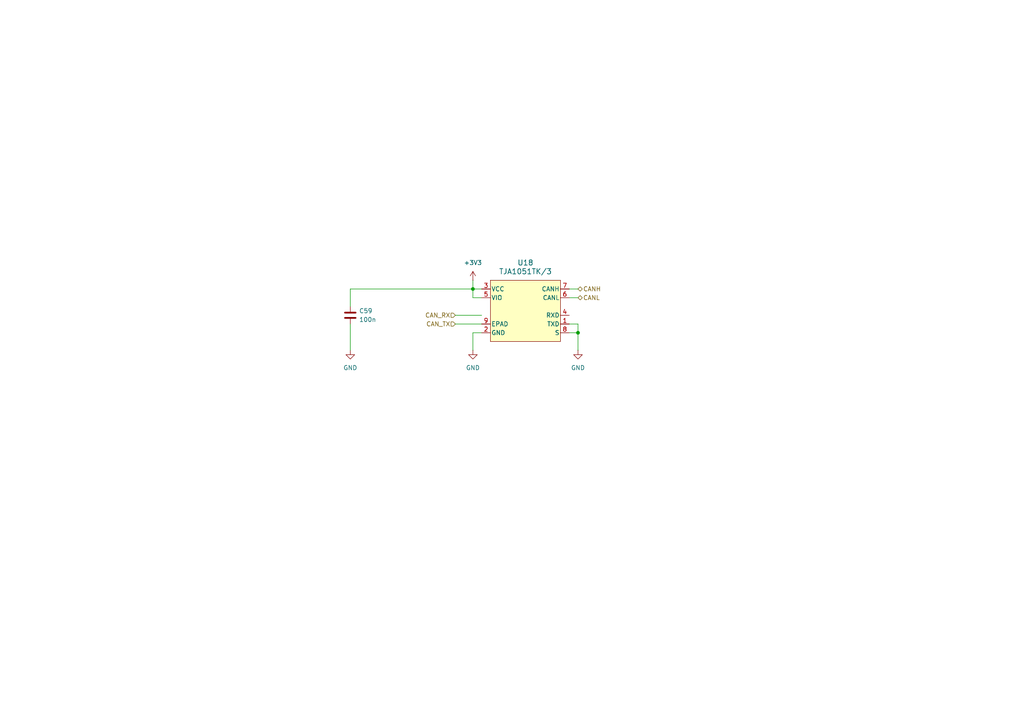
<source format=kicad_sch>
(kicad_sch (version 20250114) (generator "eeschema") (generator_version "9.0")
  (paper "A4")
  (lib_symbols
    (symbol "Device:C" (pin_numbers (hide yes)) (pin_names (offset 0.254))
      (property "Reference" "C" (at 0.635 2.54 0))
      (property "Value" "C" (at 0.635 -2.54 0))
      (symbol "C_0_1"
        (polyline (pts (xy -1.524 0.762) (xy 1.524 0.762)) (stroke (width 0.508)))
        (polyline (pts (xy -1.524 -0.762) (xy 1.524 -0.762)) (stroke (width 0.508)))
      )
      (symbol "C_1_1"
        (pin passive line (at 0 2.54 270) (length 1.524) (name "~") (number "1"))
        (pin passive line (at 0 -2.54 90) (length 1.524) (name "~") (number "2"))
      )
    )
    (symbol "power:+3V3" (power) (pin_numbers (hide yes)) (pin_names (offset 0) (hide yes))
      (property "Value" "+3V3" (at 0 3.556 0))
      (symbol "+3V3_0_1"
        (polyline (pts (xy -0.762 1.27) (xy 0 2.54)))
        (polyline (pts (xy 0 2.54) (xy 0.762 1.27)))
        (polyline (pts (xy 0 0) (xy 0 2.54)))
      )
      (symbol "+3V3_1_1"
        (pin power_in line (at 0 0 90) (length 0) (name "~") (number "1"))
      )
    )
    (symbol "power:GND" (power) (pin_numbers (hide yes)) (pin_names (offset 0) (hide yes))
      (property "Value" "GND" (at 0 -3.81 0))
      (symbol "GND_0_1"
        (polyline (pts (xy 0 0) (xy 0 -1.27) (xy 1.27 -1.27) (xy 0 -2.54) (xy -1.27 -1.27) (xy 0 -1.27)))
      )
      (symbol "GND_1_1"
        (pin power_in line (at 0 0 270) (length 0) (name "~") (number "1"))
      )
    )
    (symbol "simplified_spincoater_v1:TJA1051TK/3" (pin_names (offset 0.254))
      (symbol "TJA1051TK/3_0_1"
        (rectangle (start 0 0) (end 20.32 -17.78) (fill (type background)))
        (pin power_in line (at -2.54 -2.54 0) (length 2.54) (name "VCC") (number "3"))
        (pin power_in line (at -2.54 -5.08 0) (length 2.54) (name "VIO") (number "5"))
        (pin power_out line (at -2.54 -12.7 0) (length 2.54) (name "EPAD") (number "9"))
        (pin power_out line (at -2.54 -15.24 0) (length 2.54) (name "GND") (number "2"))
        (pin unspecified line (at 22.86 -2.54 180) (length 2.54) (name "CANH") (number "7"))
        (pin unspecified line (at 22.86 -5.08 180) (length 2.54) (name "CANL") (number "6"))
        (pin output line (at 22.86 -10.16 180) (length 2.54) (name "RXD") (number "4"))
        (pin input line (at 22.86 -12.7 180) (length 2.54) (name "TXD") (number "1"))
        (pin input line (at 22.86 -15.24 180) (length 2.54) (name "S") (number "8"))
      )
    )
  )
  (junction (at 137.16 83.82))
  (junction (at 167.64 96.52))
  (wire (pts (xy 139.7 83.82) (xy 137.16 83.82)))
  (wire (pts (xy 167.64 93.98) (xy 167.64 96.52)))
  (wire (pts (xy 137.16 86.36) (xy 139.7 86.36)))
  (wire (pts (xy 132.08 93.98) (xy 139.7 93.98)))
  (wire (pts (xy 137.16 96.52) (xy 139.7 96.52)))
  (wire (pts (xy 101.6 93.98) (xy 101.6 101.6)))
  (wire (pts (xy 137.16 83.82) (xy 137.16 86.36)))
  (wire (pts (xy 165.1 93.98) (xy 167.64 93.98)))
  (wire (pts (xy 101.6 83.82) (xy 137.16 83.82)))
  (wire (pts (xy 101.6 83.82) (xy 101.6 88.9)))
  (wire (pts (xy 132.08 91.44) (xy 139.7 91.44)))
  (wire (pts (xy 137.16 83.82) (xy 137.16 81.28)))
  (wire (pts (xy 165.1 96.52) (xy 167.64 96.52)))
  (wire (pts (xy 165.1 86.36) (xy 167.64 86.36)))
  (wire (pts (xy 167.64 96.52) (xy 167.64 101.6)))
  (wire (pts (xy 165.1 83.82) (xy 167.64 83.82)))
  (wire (pts (xy 137.16 101.6) (xy 137.16 96.52)))
  (hierarchical_label "CANL" (shape bidirectional) (at 167.64 86.36 0))
  (hierarchical_label "CAN_RX" (shape input) (at 132.08 91.44 180))
  (hierarchical_label "CANH" (shape bidirectional) (at 167.64 83.82 0))
  (hierarchical_label "CAN_TX" (shape input) (at 132.08 93.98 180))
  (symbol (lib_id "power:GND") (at 167.64 101.6 0) (unit 1)
    (property "Reference" "#PWR0119" (effects (hide yes)))
    (property "Value" "GND" (at 167.64 106.68 0))
    (property "Description" "Power symbol creates a global label with name \"GND\" , ground" (effects (hide yes)))
    (instances (project "simplified_spincoater_v1" (path "" (reference "#PWR0119") (unit 1)) (path "" (reference "#PWR0120") (unit 1))))
  )
  (symbol (lib_id "power:GND") (at 137.16 101.6 0) (unit 1)
    (property "Reference" "#PWR0118" (effects (hide yes)))
    (property "Value" "GND" (at 137.16 106.68 0))
    (property "Description" "Power symbol creates a global label with name \"GND\" , ground" (effects (hide yes)))
    (instances (project "simplified_spincoater_v1" (path "" (reference "#PWR0118") (unit 1)) (path "" (reference "#PWR019") (unit 1))))
  )
  (symbol (lib_id "simplified_spincoater_v1:TJA1051TK/3") (at 142.24 81.28 0) (unit 1)
    (property "Reference" "U18" (at 152.4 76.2 0) (effects (font (size 1.524 1.524))))
    (property "Value" "TJA1051TK/3" (at 152.4 78.74 0) (effects (font (size 1.524 1.524))))
    (property "Footprint" "simplified_spincoater_v1:TJA1051TK_3" (effects (hide yes)))
    (property "Datasheet" "kicad-embed://TJA1051TK_3.pdf" (effects (hide yes)))
    (instances (project "simplified_spincoater_v1" (path "" (reference "U18") (unit 1)) (path "" (reference "U10") (unit 1))))
  )
  (symbol (lib_id "power:+3V3") (at 137.16 81.28 0) (unit 1)
    (property "Reference" "#PWR0117" (effects (hide yes)))
    (property "Value" "+3V3" (at 137.16 76.2 0))
    (property "Description" "Power symbol creates a global label with name \"+3V3\"" (effects (hide yes)))
    (instances (project "simplified_spincoater_v1" (path "" (reference "#PWR0117") (unit 1)) (path "" (reference "#PWR064") (unit 1))))
  )
  (symbol (lib_id "power:GND") (at 101.6 101.6 0) (unit 1)
    (property "Reference" "#PWR059" (effects (hide yes)))
    (property "Value" "GND" (at 101.6 106.68 0))
    (property "Description" "Power symbol creates a global label with name \"GND\" , ground" (effects (hide yes)))
    (instances (project "simplified_spincoater_v1" (path "" (reference "#PWR059") (unit 1)) (path "" (reference "#PWR017") (unit 1))))
  )
  (symbol (lib_id "Device:C") (at 101.6 91.44 0) (unit 1)
    (property "Reference" "C59" (at 104.14 90.1699 0) (effects (justify left)))
    (property "Value" "100n" (at 104.14 92.7099 0) (effects (justify left)))
    (property "Footprint" "Capacitor_SMD:C_0402_1005Metric" (effects (hide yes)))
    (property "Description" "Unpolarized capacitor" (effects (hide yes)))
    (instances (project "simplified_spincoater_v1" (path "" (reference "C59") (unit 1)) (path "" (reference "C32") (unit 1))))
  )
)
</source>
